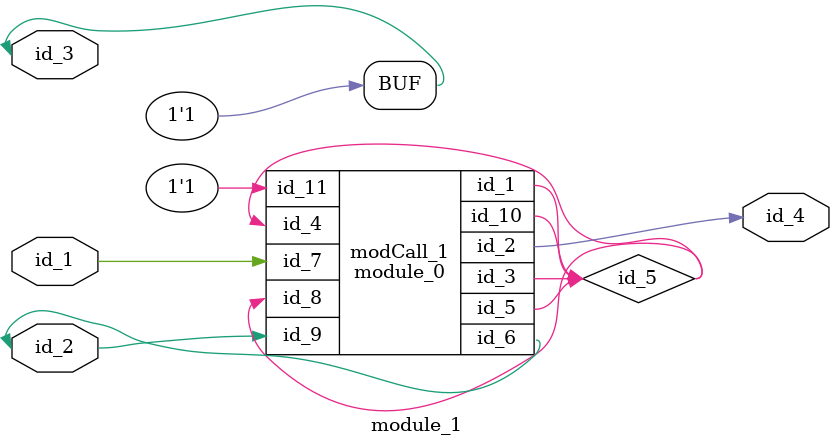
<source format=v>
module module_0 (
    id_1,
    id_2,
    id_3,
    id_4,
    id_5,
    id_6,
    id_7,
    id_8,
    id_9,
    id_10,
    id_11
);
  input wire id_11;
  output wire id_10;
  input wire id_9;
  input wire id_8;
  input wire id_7;
  inout wire id_6;
  inout wire id_5;
  input wire id_4;
  output wire id_3;
  output wire id_2;
  inout wire id_1;
endmodule
module module_1 (
    id_1,
    id_2,
    id_3,
    id_4
);
  output wire id_4;
  inout wire id_3;
  inout wire id_2;
  input wire id_1;
  wire id_5;
  assign id_3 = (id_1) == id_1;
  module_0 modCall_1 (
      id_5,
      id_4,
      id_5,
      id_5,
      id_5,
      id_2,
      id_1,
      id_5,
      id_2,
      id_5,
      id_3
  );
  wire id_6;
endmodule

</source>
